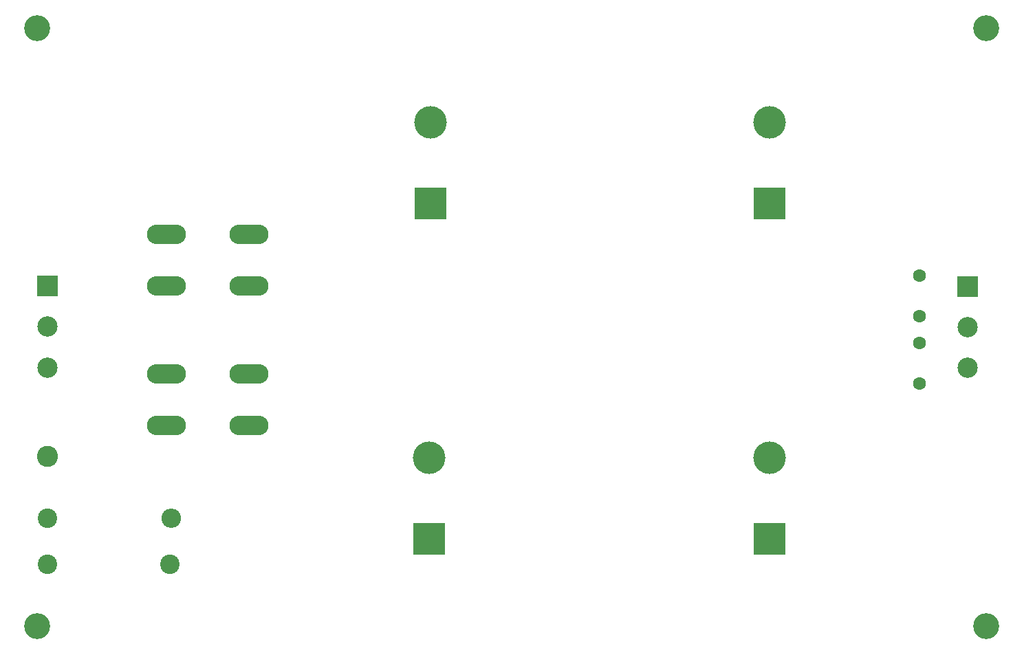
<source format=gbr>
G04 #@! TF.GenerationSoftware,KiCad,Pcbnew,(5.1.12-1-10_14)*
G04 #@! TF.CreationDate,2021-12-13T19:52:56+01:00*
G04 #@! TF.ProjectId,psu-mosfet-160w,7073752d-6d6f-4736-9665-742d31363077,rev?*
G04 #@! TF.SameCoordinates,Original*
G04 #@! TF.FileFunction,Soldermask,Bot*
G04 #@! TF.FilePolarity,Negative*
%FSLAX46Y46*%
G04 Gerber Fmt 4.6, Leading zero omitted, Abs format (unit mm)*
G04 Created by KiCad (PCBNEW (5.1.12-1-10_14)) date 2021-12-13 19:52:56*
%MOMM*%
%LPD*%
G01*
G04 APERTURE LIST*
%ADD10C,3.200000*%
%ADD11O,4.800600X2.400300*%
%ADD12C,1.600000*%
%ADD13O,2.400000X2.400000*%
%ADD14C,2.400000*%
%ADD15C,2.500000*%
%ADD16R,2.500000X2.500000*%
%ADD17C,2.600000*%
%ADD18C,4.000000*%
%ADD19R,4.000000X4.000000*%
G04 APERTURE END LIST*
D10*
X-19050000Y-80010000D03*
X97790000Y-80010000D03*
X97790000Y-6350000D03*
X-19050000Y-6350000D03*
D11*
X6985000Y-38100000D03*
X-3175000Y-38100000D03*
X6985000Y-31750000D03*
X-3175000Y-31750000D03*
X-3175000Y-55245000D03*
X6985000Y-55245000D03*
X-3175000Y-48895000D03*
X6985000Y-48895000D03*
D12*
X89535000Y-50085000D03*
X89535000Y-45085000D03*
X89535000Y-41830000D03*
X89535000Y-36830000D03*
D13*
X-2540000Y-66675000D03*
D14*
X-17780000Y-66675000D03*
D15*
X95504000Y-48180000D03*
X95504000Y-43180000D03*
D16*
X95504000Y-38180000D03*
D17*
X-17780000Y-59055000D03*
D15*
X-17780000Y-48100000D03*
X-17780000Y-43100000D03*
D16*
X-17780000Y-38100000D03*
D18*
X71120000Y-59215000D03*
D19*
X71120000Y-69215000D03*
D18*
X71120000Y-17940000D03*
D19*
X71120000Y-27940000D03*
D18*
X29210000Y-59215000D03*
D19*
X29210000Y-69215000D03*
D18*
X29337000Y-17940000D03*
D19*
X29337000Y-27940000D03*
D14*
X-2780000Y-72390000D03*
X-17780000Y-72390000D03*
M02*

</source>
